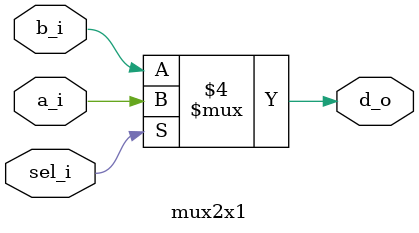
<source format=v>
module mux2x1
(
	a_i,
	b_i,
	sel_i,
	d_o
);

input a_i;
input wire  b_i;
input wire sel_i;
output reg d_o;

always @(a_i or b_i or sel_i)
begin
	if(sel_i == 1)
		d_o <= a_i;
	else
		d_o <= b_i;
end

endmodule

</source>
